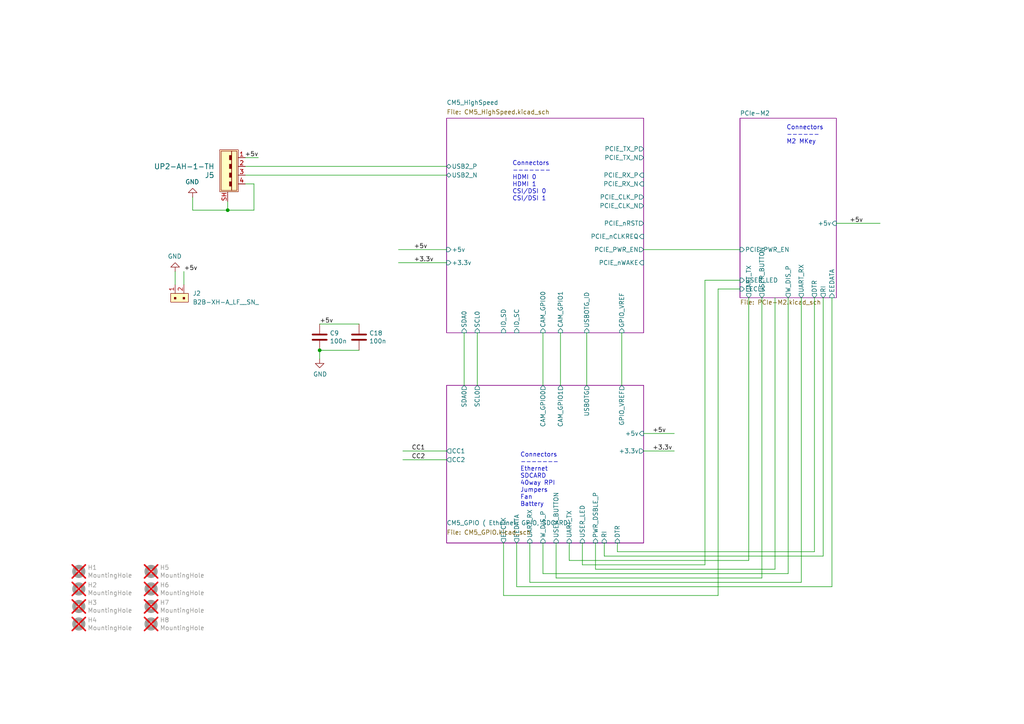
<source format=kicad_sch>
(kicad_sch
	(version 20250114)
	(generator "eeschema")
	(generator_version "9.0")
	(uuid "e63e39d7-6ac0-4ffd-8aa3-1841a4541b55")
	(paper "A4")
	(title_block
		(title "Compute Module 5 IO")
		(rev "1")
		(company "E-SMART SOLUTIONS")
		(comment 1 "Mostafa Bkair")
	)
	(lib_symbols
		(symbol "Device:C"
			(pin_numbers
				(hide yes)
			)
			(pin_names
				(offset 0.254)
			)
			(exclude_from_sim no)
			(in_bom yes)
			(on_board yes)
			(property "Reference" "C"
				(at 0.635 2.54 0)
				(effects
					(font
						(size 1.27 1.27)
					)
					(justify left)
				)
			)
			(property "Value" "C"
				(at 0.635 -2.54 0)
				(effects
					(font
						(size 1.27 1.27)
					)
					(justify left)
				)
			)
			(property "Footprint" ""
				(at 0.9652 -3.81 0)
				(effects
					(font
						(size 1.27 1.27)
					)
					(hide yes)
				)
			)
			(property "Datasheet" "~"
				(at 0 0 0)
				(effects
					(font
						(size 1.27 1.27)
					)
					(hide yes)
				)
			)
			(property "Description" "Unpolarized capacitor"
				(at 0 0 0)
				(effects
					(font
						(size 1.27 1.27)
					)
					(hide yes)
				)
			)
			(property "ki_keywords" "cap capacitor"
				(at 0 0 0)
				(effects
					(font
						(size 1.27 1.27)
					)
					(hide yes)
				)
			)
			(property "ki_fp_filters" "C_*"
				(at 0 0 0)
				(effects
					(font
						(size 1.27 1.27)
					)
					(hide yes)
				)
			)
			(symbol "C_0_1"
				(polyline
					(pts
						(xy -2.032 0.762) (xy 2.032 0.762)
					)
					(stroke
						(width 0.508)
						(type default)
					)
					(fill
						(type none)
					)
				)
				(polyline
					(pts
						(xy -2.032 -0.762) (xy 2.032 -0.762)
					)
					(stroke
						(width 0.508)
						(type default)
					)
					(fill
						(type none)
					)
				)
			)
			(symbol "C_1_1"
				(pin passive line
					(at 0 3.81 270)
					(length 2.794)
					(name "~"
						(effects
							(font
								(size 1.27 1.27)
							)
						)
					)
					(number "1"
						(effects
							(font
								(size 1.27 1.27)
							)
						)
					)
				)
				(pin passive line
					(at 0 -3.81 90)
					(length 2.794)
					(name "~"
						(effects
							(font
								(size 1.27 1.27)
							)
						)
					)
					(number "2"
						(effects
							(font
								(size 1.27 1.27)
							)
						)
					)
				)
			)
			(embedded_fonts no)
		)
		(symbol "Mechanical:MountingHole"
			(pin_names
				(offset 1.016)
			)
			(exclude_from_sim no)
			(in_bom yes)
			(on_board yes)
			(property "Reference" "H"
				(at 0 5.08 0)
				(effects
					(font
						(size 1.27 1.27)
					)
				)
			)
			(property "Value" "MountingHole"
				(at 0 3.175 0)
				(effects
					(font
						(size 1.27 1.27)
					)
				)
			)
			(property "Footprint" ""
				(at 0 0 0)
				(effects
					(font
						(size 1.27 1.27)
					)
					(hide yes)
				)
			)
			(property "Datasheet" "~"
				(at 0 0 0)
				(effects
					(font
						(size 1.27 1.27)
					)
					(hide yes)
				)
			)
			(property "Description" "Mounting Hole without connection"
				(at 0 0 0)
				(effects
					(font
						(size 1.27 1.27)
					)
					(hide yes)
				)
			)
			(property "ki_keywords" "mounting hole"
				(at 0 0 0)
				(effects
					(font
						(size 1.27 1.27)
					)
					(hide yes)
				)
			)
			(property "ki_fp_filters" "MountingHole*"
				(at 0 0 0)
				(effects
					(font
						(size 1.27 1.27)
					)
					(hide yes)
				)
			)
			(symbol "MountingHole_0_1"
				(circle
					(center 0 0)
					(radius 1.27)
					(stroke
						(width 1.27)
						(type default)
					)
					(fill
						(type none)
					)
				)
			)
			(embedded_fonts no)
		)
		(symbol "dk_Rectangular-Connectors-Headers-Male-Pins:B2B-XH-A_LF__SN_"
			(pin_names
				(offset 1.016)
			)
			(exclude_from_sim no)
			(in_bom yes)
			(on_board yes)
			(property "Reference" "J"
				(at -2.54 -1.27 0)
				(effects
					(font
						(size 1.27 1.27)
					)
					(justify right)
				)
			)
			(property "Value" "B2B-XH-A_LF__SN_"
				(at 1.27 -3.81 0)
				(effects
					(font
						(size 1.27 1.27)
					)
				)
			)
			(property "Footprint" "digikey-footprints:PinHeader_1x2_P2.5mm_Drill1.1mm"
				(at 5.08 5.08 0)
				(effects
					(font
						(size 1.524 1.524)
					)
					(justify left)
					(hide yes)
				)
			)
			(property "Datasheet" "http://www.jst-mfg.com/product/pdf/eng/eXH.pdf"
				(at 5.08 7.62 0)
				(effects
					(font
						(size 1.524 1.524)
					)
					(justify left)
					(hide yes)
				)
			)
			(property "Description" "CONN HEADER VERT 2POS 2.5MM"
				(at 0 0 0)
				(effects
					(font
						(size 1.27 1.27)
					)
					(hide yes)
				)
			)
			(property "Digi-Key_PN" "455-2247-ND"
				(at 5.08 10.16 0)
				(effects
					(font
						(size 1.524 1.524)
					)
					(justify left)
					(hide yes)
				)
			)
			(property "MPN" "B2B-XH-A(LF)(SN)"
				(at 5.08 12.7 0)
				(effects
					(font
						(size 1.524 1.524)
					)
					(justify left)
					(hide yes)
				)
			)
			(property "Category" "Connectors, Interconnects"
				(at 5.08 15.24 0)
				(effects
					(font
						(size 1.524 1.524)
					)
					(justify left)
					(hide yes)
				)
			)
			(property "Family" "Rectangular Connectors - Headers, Male Pins"
				(at 5.08 17.78 0)
				(effects
					(font
						(size 1.524 1.524)
					)
					(justify left)
					(hide yes)
				)
			)
			(property "DK_Datasheet_Link" "http://www.jst-mfg.com/product/pdf/eng/eXH.pdf"
				(at 5.08 20.32 0)
				(effects
					(font
						(size 1.524 1.524)
					)
					(justify left)
					(hide yes)
				)
			)
			(property "DK_Detail_Page" "/product-detail/en/jst-sales-america-inc/B2B-XH-A(LF)(SN)/455-2247-ND/1651045"
				(at 5.08 22.86 0)
				(effects
					(font
						(size 1.524 1.524)
					)
					(justify left)
					(hide yes)
				)
			)
			(property "Description_1" "CONN HEADER VERT 2POS 2.5MM"
				(at 5.08 25.4 0)
				(effects
					(font
						(size 1.524 1.524)
					)
					(justify left)
					(hide yes)
				)
			)
			(property "Manufacturer" "JST Sales America Inc."
				(at 5.08 27.94 0)
				(effects
					(font
						(size 1.524 1.524)
					)
					(justify left)
					(hide yes)
				)
			)
			(property "Status" "Active"
				(at 5.08 30.48 0)
				(effects
					(font
						(size 1.524 1.524)
					)
					(justify left)
					(hide yes)
				)
			)
			(property "ki_keywords" "455-2247-ND XH"
				(at 0 0 0)
				(effects
					(font
						(size 1.27 1.27)
					)
					(hide yes)
				)
			)
			(symbol "B2B-XH-A_LF__SN__1_1"
				(rectangle
					(start -1.27 0)
					(end 3.81 -2.54)
					(stroke
						(width 0)
						(type solid)
					)
					(fill
						(type background)
					)
				)
				(rectangle
					(start -0.254 -1.143)
					(end 0.254 -1.651)
					(stroke
						(width 0)
						(type solid)
					)
					(fill
						(type outline)
					)
				)
				(rectangle
					(start 2.286 -1.143)
					(end 2.794 -1.651)
					(stroke
						(width 0)
						(type solid)
					)
					(fill
						(type outline)
					)
				)
				(pin passive line
					(at 0 2.54 270)
					(length 2.54)
					(name "~"
						(effects
							(font
								(size 1.27 1.27)
							)
						)
					)
					(number "1"
						(effects
							(font
								(size 1.27 1.27)
							)
						)
					)
				)
				(pin passive line
					(at 2.54 2.54 270)
					(length 2.54)
					(name "~"
						(effects
							(font
								(size 1.27 1.27)
							)
						)
					)
					(number "2"
						(effects
							(font
								(size 1.27 1.27)
							)
						)
					)
				)
			)
			(embedded_fonts no)
		)
		(symbol "dk_USB-DVI-HDMI-Connectors:UP2-AH-1-TH"
			(pin_names
				(offset 1.016)
			)
			(exclude_from_sim no)
			(in_bom yes)
			(on_board yes)
			(property "Reference" "J"
				(at -1.27 8.382 0)
				(effects
					(font
						(size 1.524 1.524)
					)
				)
			)
			(property "Value" "UP2-AH-1-TH"
				(at -3.556 0.508 90)
				(effects
					(font
						(size 1.524 1.524)
					)
				)
			)
			(property "Footprint" "digikey-footprints:USB_Male_A_UP2-AH-1-TH"
				(at 5.08 5.08 0)
				(effects
					(font
						(size 1.524 1.524)
					)
					(justify left)
					(hide yes)
				)
			)
			(property "Datasheet" "https://www.cui.com/product/resource/digikeypdf/up2-ah-th.pdf"
				(at 5.08 7.62 0)
				(effects
					(font
						(size 1.524 1.524)
					)
					(justify left)
					(hide yes)
				)
			)
			(property "Description" "CONN PLUG USB2.0 TYPEA 4POS R/A"
				(at 0 0 0)
				(effects
					(font
						(size 1.27 1.27)
					)
					(hide yes)
				)
			)
			(property "Digi-Key_PN" "102-3996-ND"
				(at 5.08 10.16 0)
				(effects
					(font
						(size 1.524 1.524)
					)
					(justify left)
					(hide yes)
				)
			)
			(property "MPN" "UP2-AH-1-TH"
				(at 5.08 12.7 0)
				(effects
					(font
						(size 1.524 1.524)
					)
					(justify left)
					(hide yes)
				)
			)
			(property "Category" "Connectors, Interconnects"
				(at 5.08 15.24 0)
				(effects
					(font
						(size 1.524 1.524)
					)
					(justify left)
					(hide yes)
				)
			)
			(property "Family" "USB, DVI, HDMI Connectors"
				(at 5.08 17.78 0)
				(effects
					(font
						(size 1.524 1.524)
					)
					(justify left)
					(hide yes)
				)
			)
			(property "DK_Datasheet_Link" "https://www.cui.com/product/resource/digikeypdf/up2-ah-th.pdf"
				(at 5.08 20.32 0)
				(effects
					(font
						(size 1.524 1.524)
					)
					(justify left)
					(hide yes)
				)
			)
			(property "DK_Detail_Page" "/product-detail/en/cui-inc/UP2-AH-1-TH/102-3996-ND/6187911"
				(at 5.08 22.86 0)
				(effects
					(font
						(size 1.524 1.524)
					)
					(justify left)
					(hide yes)
				)
			)
			(property "Description_1" "CONN PLUG USB2.0 TYPEA 4POS R/A"
				(at 5.08 25.4 0)
				(effects
					(font
						(size 1.524 1.524)
					)
					(justify left)
					(hide yes)
				)
			)
			(property "Manufacturer" "CUI Inc."
				(at 5.08 27.94 0)
				(effects
					(font
						(size 1.524 1.524)
					)
					(justify left)
					(hide yes)
				)
			)
			(property "Status" "Active"
				(at 5.08 30.48 0)
				(effects
					(font
						(size 1.524 1.524)
					)
					(justify left)
					(hide yes)
				)
			)
			(property "ki_keywords" "102-3996-ND UP2"
				(at 0 0 0)
				(effects
					(font
						(size 1.27 1.27)
					)
					(hide yes)
				)
			)
			(symbol "UP2-AH-1-TH_0_1"
				(polyline
					(pts
						(xy -2.286 7.366) (xy 3.048 7.366) (xy 3.048 -4.826) (xy -2.286 -4.826) (xy -2.286 7.366)
					)
					(stroke
						(width 0)
						(type solid)
					)
					(fill
						(type background)
					)
				)
				(rectangle
					(start -1.905 6.985)
					(end 1.143 -4.445)
					(stroke
						(width 0)
						(type solid)
					)
					(fill
						(type none)
					)
				)
				(rectangle
					(start 1.143 6.985)
					(end 2.667 -4.445)
					(stroke
						(width 0)
						(type solid)
					)
					(fill
						(type none)
					)
				)
				(rectangle
					(start 1.143 4.445)
					(end 0.508 5.715)
					(stroke
						(width 0)
						(type solid)
					)
					(fill
						(type outline)
					)
				)
				(rectangle
					(start 1.143 3.175)
					(end 0.508 1.905)
					(stroke
						(width 0)
						(type solid)
					)
					(fill
						(type outline)
					)
				)
				(rectangle
					(start 1.143 0.635)
					(end 0.508 -0.635)
					(stroke
						(width 0)
						(type solid)
					)
					(fill
						(type outline)
					)
				)
				(rectangle
					(start 1.143 -1.905)
					(end 0.508 -3.175)
					(stroke
						(width 0)
						(type solid)
					)
					(fill
						(type outline)
					)
				)
			)
			(symbol "UP2-AH-1-TH_1_1"
				(pin passive line
					(at 0 -7.62 90)
					(length 2.7432)
					(name "~"
						(effects
							(font
								(size 1.27 1.27)
							)
						)
					)
					(number "SH"
						(effects
							(font
								(size 1.27 1.27)
							)
						)
					)
				)
				(pin passive line
					(at 5.08 5.08 180)
					(length 2.032)
					(name "~"
						(effects
							(font
								(size 1.27 1.27)
							)
						)
					)
					(number "1"
						(effects
							(font
								(size 1.27 1.27)
							)
						)
					)
				)
				(pin passive line
					(at 5.08 2.54 180)
					(length 2.032)
					(name "~"
						(effects
							(font
								(size 1.27 1.27)
							)
						)
					)
					(number "2"
						(effects
							(font
								(size 1.27 1.27)
							)
						)
					)
				)
				(pin passive line
					(at 5.08 0 180)
					(length 2.032)
					(name "~"
						(effects
							(font
								(size 1.27 1.27)
							)
						)
					)
					(number "3"
						(effects
							(font
								(size 1.27 1.27)
							)
						)
					)
				)
				(pin passive line
					(at 5.08 -2.54 180)
					(length 2.032)
					(name "~"
						(effects
							(font
								(size 1.27 1.27)
							)
						)
					)
					(number "4"
						(effects
							(font
								(size 1.27 1.27)
							)
						)
					)
				)
			)
			(embedded_fonts no)
		)
		(symbol "power:GND"
			(power)
			(pin_numbers
				(hide yes)
			)
			(pin_names
				(offset 0)
				(hide yes)
			)
			(exclude_from_sim no)
			(in_bom yes)
			(on_board yes)
			(property "Reference" "#PWR"
				(at 0 -6.35 0)
				(effects
					(font
						(size 1.27 1.27)
					)
					(hide yes)
				)
			)
			(property "Value" "GND"
				(at 0 -3.81 0)
				(effects
					(font
						(size 1.27 1.27)
					)
				)
			)
			(property "Footprint" ""
				(at 0 0 0)
				(effects
					(font
						(size 1.27 1.27)
					)
					(hide yes)
				)
			)
			(property "Datasheet" ""
				(at 0 0 0)
				(effects
					(font
						(size 1.27 1.27)
					)
					(hide yes)
				)
			)
			(property "Description" "Power symbol creates a global label with name \"GND\" , ground"
				(at 0 0 0)
				(effects
					(font
						(size 1.27 1.27)
					)
					(hide yes)
				)
			)
			(property "ki_keywords" "global power"
				(at 0 0 0)
				(effects
					(font
						(size 1.27 1.27)
					)
					(hide yes)
				)
			)
			(symbol "GND_0_1"
				(polyline
					(pts
						(xy 0 0) (xy 0 -1.27) (xy 1.27 -1.27) (xy 0 -2.54) (xy -1.27 -1.27) (xy 0 -1.27)
					)
					(stroke
						(width 0)
						(type default)
					)
					(fill
						(type none)
					)
				)
			)
			(symbol "GND_1_1"
				(pin power_in line
					(at 0 0 270)
					(length 0)
					(name "~"
						(effects
							(font
								(size 1.27 1.27)
							)
						)
					)
					(number "1"
						(effects
							(font
								(size 1.27 1.27)
							)
						)
					)
				)
			)
			(embedded_fonts no)
		)
	)
	(text "Connectors\n-------\nEthernet\nSDCARD\n40way RPI\nJumpers\nFan\nBattery"
		(exclude_from_sim no)
		(at 150.876 147.066 0)
		(effects
			(font
				(size 1.27 1.27)
			)
			(justify left bottom)
		)
		(uuid "3cfcbcc7-4f45-46ab-82a8-c414c7972161")
	)
	(text "Connectors\n------\nM2 MKey"
		(exclude_from_sim no)
		(at 228.092 41.91 0)
		(effects
			(font
				(size 1.27 1.27)
			)
			(justify left bottom)
		)
		(uuid "4d609e7c-74c9-4ae9-a26d-946ff00c167d")
	)
	(text "Connectors\n-------\nHDMI 0\nHDMI 1\nCSI/DSI 0\nCSI/DSI 1"
		(exclude_from_sim no)
		(at 148.59 58.42 0)
		(effects
			(font
				(size 1.27 1.27)
			)
			(justify left bottom)
		)
		(uuid "a501555e-bbc7-4b58-ad89-28a0cd3dd6d0")
	)
	(junction
		(at 66.04 60.96)
		(diameter 0)
		(color 0 0 0 0)
		(uuid "4a0a8470-8041-4ad3-b836-6742baf38c06")
	)
	(junction
		(at 92.71 101.6)
		(diameter 0)
		(color 0 0 0 0)
		(uuid "bf5901c0-daf4-45af-a380-5243d8455cd9")
	)
	(wire
		(pts
			(xy 228.6 86.36) (xy 228.6 166.37)
		)
		(stroke
			(width 0)
			(type default)
		)
		(uuid "021f7565-ee6f-4819-bf2e-dd66e92b19bd")
	)
	(wire
		(pts
			(xy 238.76 86.36) (xy 238.76 161.29)
		)
		(stroke
			(width 0)
			(type default)
		)
		(uuid "040b57bc-cfc1-496d-a005-2e47d93c43ec")
	)
	(wire
		(pts
			(xy 153.67 168.91) (xy 232.41 168.91)
		)
		(stroke
			(width 0)
			(type default)
		)
		(uuid "06266043-0676-40f3-acab-c29b9ed1bcc4")
	)
	(wire
		(pts
			(xy 115.57 76.2) (xy 129.54 76.2)
		)
		(stroke
			(width 0)
			(type solid)
		)
		(uuid "066d6649-7da9-4473-adde-64635ca5293b")
	)
	(wire
		(pts
			(xy 186.69 130.81) (xy 195.58 130.81)
		)
		(stroke
			(width 0)
			(type default)
		)
		(uuid "0960173d-4d3a-4077-97d1-109a5780d489")
	)
	(wire
		(pts
			(xy 186.69 72.39) (xy 214.63 72.39)
		)
		(stroke
			(width 0)
			(type default)
		)
		(uuid "09f313d2-0794-4b6b-ab73-54bf9df37675")
	)
	(wire
		(pts
			(xy 180.34 96.52) (xy 180.34 111.76)
		)
		(stroke
			(width 0)
			(type solid)
		)
		(uuid "0b18ae4b-e508-4f6f-a23a-00f2ca64dfe7")
	)
	(wire
		(pts
			(xy 153.67 168.91) (xy 153.67 157.48)
		)
		(stroke
			(width 0)
			(type default)
		)
		(uuid "11e9130e-e4cd-4b26-abff-727a68714dc7")
	)
	(wire
		(pts
			(xy 71.12 45.72) (xy 74.93 45.72)
		)
		(stroke
			(width 0)
			(type default)
		)
		(uuid "12d976da-b7b9-4a9d-a83e-a436ef14e283")
	)
	(wire
		(pts
			(xy 50.8 78.74) (xy 50.8 82.55)
		)
		(stroke
			(width 0)
			(type default)
		)
		(uuid "1c22932e-2785-4419-b465-41fcf37e42aa")
	)
	(wire
		(pts
			(xy 146.05 172.72) (xy 146.05 157.48)
		)
		(stroke
			(width 0)
			(type default)
		)
		(uuid "22096028-cdae-4166-84eb-e50767b092c1")
	)
	(wire
		(pts
			(xy 134.62 96.52) (xy 134.62 111.76)
		)
		(stroke
			(width 0)
			(type solid)
		)
		(uuid "2bef89de-08c7-4a13-9d85-67948d429ca0")
	)
	(wire
		(pts
			(xy 71.12 53.34) (xy 73.66 53.34)
		)
		(stroke
			(width 0)
			(type default)
		)
		(uuid "2d74f5bd-80d6-4752-9dbc-3a757011d70d")
	)
	(wire
		(pts
			(xy 208.28 83.82) (xy 208.28 172.72)
		)
		(stroke
			(width 0)
			(type default)
		)
		(uuid "2e19e84e-83b0-4a37-860f-aa675cd13788")
	)
	(wire
		(pts
			(xy 208.28 172.72) (xy 146.05 172.72)
		)
		(stroke
			(width 0)
			(type default)
		)
		(uuid "2f20f4d3-82bd-4e05-be59-4087415c12e1")
	)
	(wire
		(pts
			(xy 92.71 101.6) (xy 104.14 101.6)
		)
		(stroke
			(width 0)
			(type default)
		)
		(uuid "39d79b58-5a57-4b31-9f92-5bb5950bd5d6")
	)
	(wire
		(pts
			(xy 73.66 60.96) (xy 66.04 60.96)
		)
		(stroke
			(width 0)
			(type default)
		)
		(uuid "3ae02f63-b566-48df-beb4-83cb52bac284")
	)
	(wire
		(pts
			(xy 204.47 81.28) (xy 204.47 163.83)
		)
		(stroke
			(width 0)
			(type default)
		)
		(uuid "3e814ee2-2d6c-4026-8cc5-3494d293feb3")
	)
	(wire
		(pts
			(xy 149.86 170.18) (xy 241.3 170.18)
		)
		(stroke
			(width 0)
			(type default)
		)
		(uuid "3ff4f1bc-61d9-4ff7-8dc9-82c51c36cdbe")
	)
	(wire
		(pts
			(xy 228.6 166.37) (xy 157.48 166.37)
		)
		(stroke
			(width 0)
			(type default)
		)
		(uuid "420c5901-d0d8-43c3-a185-8e96f7c5065d")
	)
	(wire
		(pts
			(xy 53.34 82.55) (xy 53.34 78.74)
		)
		(stroke
			(width 0)
			(type default)
		)
		(uuid "473b09fb-68d1-4d76-8a23-4a05cc2e73ac")
	)
	(wire
		(pts
			(xy 138.43 96.52) (xy 138.43 111.76)
		)
		(stroke
			(width 0)
			(type solid)
		)
		(uuid "483f60da-14d7-4f88-8d01-3f9f30784c70")
	)
	(wire
		(pts
			(xy 165.1 162.56) (xy 165.1 157.48)
		)
		(stroke
			(width 0)
			(type default)
		)
		(uuid "491dbe04-0cf0-4c05-904c-05360b03f07b")
	)
	(wire
		(pts
			(xy 116.84 133.35) (xy 129.54 133.35)
		)
		(stroke
			(width 0)
			(type default)
		)
		(uuid "532c6793-fcef-48e2-94ae-3d6f4bca00a7")
	)
	(wire
		(pts
			(xy 157.48 96.52) (xy 157.48 111.76)
		)
		(stroke
			(width 0)
			(type default)
		)
		(uuid "5922afcb-ab3c-4d70-a05f-51ca3578ed79")
	)
	(wire
		(pts
			(xy 157.48 166.37) (xy 157.48 157.48)
		)
		(stroke
			(width 0)
			(type default)
		)
		(uuid "5c5bad43-8947-45c3-8ca6-7c83aa701129")
	)
	(wire
		(pts
			(xy 55.88 60.96) (xy 55.88 57.15)
		)
		(stroke
			(width 0)
			(type default)
		)
		(uuid "603ed0e6-2ed9-405f-a183-e220688408ce")
	)
	(wire
		(pts
			(xy 149.86 157.48) (xy 149.86 170.18)
		)
		(stroke
			(width 0)
			(type default)
		)
		(uuid "65efa620-1b50-433a-b7d9-12221de1b903")
	)
	(wire
		(pts
			(xy 214.63 81.28) (xy 204.47 81.28)
		)
		(stroke
			(width 0)
			(type default)
		)
		(uuid "6be66802-f4b4-4030-81b8-0c1ec490914c")
	)
	(wire
		(pts
			(xy 162.56 96.52) (xy 162.56 111.76)
		)
		(stroke
			(width 0)
			(type default)
		)
		(uuid "6d54cba4-381a-41ab-9093-f35a8f554302")
	)
	(wire
		(pts
			(xy 92.71 101.6) (xy 92.71 104.14)
		)
		(stroke
			(width 0)
			(type default)
		)
		(uuid "79fb0591-2d1a-49fe-9fbe-de0dec22a571")
	)
	(wire
		(pts
			(xy 170.18 96.52) (xy 170.18 111.76)
		)
		(stroke
			(width 0)
			(type default)
		)
		(uuid "7aaa8496-fa91-4cdd-a95c-0fb4934a563f")
	)
	(wire
		(pts
			(xy 92.71 93.98) (xy 104.14 93.98)
		)
		(stroke
			(width 0)
			(type default)
		)
		(uuid "8a953fbc-8812-47cd-a07e-673d270bd824")
	)
	(wire
		(pts
			(xy 161.29 157.48) (xy 161.29 167.64)
		)
		(stroke
			(width 0)
			(type default)
		)
		(uuid "8d185b93-81e9-4c16-aeb0-6a4f6c010ef3")
	)
	(wire
		(pts
			(xy 242.57 64.77) (xy 255.27 64.77)
		)
		(stroke
			(width 0)
			(type solid)
		)
		(uuid "909b030b-fa1a-4fe8-b1ee-422b4d9e23cf")
	)
	(wire
		(pts
			(xy 73.66 53.34) (xy 73.66 60.96)
		)
		(stroke
			(width 0)
			(type default)
		)
		(uuid "924aefbb-b43b-4519-bb07-036a398387f2")
	)
	(wire
		(pts
			(xy 175.26 161.29) (xy 175.26 157.48)
		)
		(stroke
			(width 0)
			(type default)
		)
		(uuid "94ebe6ff-fbba-4d98-9e03-e8a4cf99070d")
	)
	(wire
		(pts
			(xy 236.22 160.02) (xy 236.22 86.36)
		)
		(stroke
			(width 0)
			(type default)
		)
		(uuid "9ea4a12b-59ad-45df-8a0f-9333b2c45462")
	)
	(wire
		(pts
			(xy 165.1 162.56) (xy 217.17 162.56)
		)
		(stroke
			(width 0)
			(type default)
		)
		(uuid "a11f249d-fc24-4831-8387-ebe57b5b4737")
	)
	(wire
		(pts
			(xy 66.04 60.96) (xy 55.88 60.96)
		)
		(stroke
			(width 0)
			(type default)
		)
		(uuid "a17efe97-28e4-472a-9dff-589cd4605903")
	)
	(wire
		(pts
			(xy 179.07 157.48) (xy 179.07 160.02)
		)
		(stroke
			(width 0)
			(type default)
		)
		(uuid "a6998ea9-831c-45f3-bfbf-b9d50f79b55b")
	)
	(wire
		(pts
			(xy 224.79 165.1) (xy 224.79 86.36)
		)
		(stroke
			(width 0)
			(type default)
		)
		(uuid "ab07869a-4c7b-4184-8ba7-71ce7a570139")
	)
	(wire
		(pts
			(xy 214.63 83.82) (xy 208.28 83.82)
		)
		(stroke
			(width 0)
			(type default)
		)
		(uuid "aeaea97f-ba9b-4b5c-b8d8-1cafb67cc54a")
	)
	(wire
		(pts
			(xy 232.41 86.36) (xy 232.41 168.91)
		)
		(stroke
			(width 0)
			(type default)
		)
		(uuid "b04ec0e2-9728-4a2b-9426-828b15735514")
	)
	(wire
		(pts
			(xy 168.91 163.83) (xy 204.47 163.83)
		)
		(stroke
			(width 0)
			(type default)
		)
		(uuid "ba5510fd-9aca-48ce-ad20-a32cb91f18bd")
	)
	(wire
		(pts
			(xy 186.69 125.73) (xy 195.58 125.73)
		)
		(stroke
			(width 0)
			(type default)
		)
		(uuid "bf0336c2-46fc-4f66-b979-ab598cfb2f81")
	)
	(wire
		(pts
			(xy 71.12 48.26) (xy 129.54 48.26)
		)
		(stroke
			(width 0)
			(type default)
		)
		(uuid "c7ab3ffc-fbe9-4ed3-8bbf-cb536bf19b56")
	)
	(wire
		(pts
			(xy 168.91 163.83) (xy 168.91 157.48)
		)
		(stroke
			(width 0)
			(type default)
		)
		(uuid "cc2de9a1-0d99-45f4-b879-d96d13193ac4")
	)
	(wire
		(pts
			(xy 71.12 50.8) (xy 129.54 50.8)
		)
		(stroke
			(width 0)
			(type default)
		)
		(uuid "d6f8ef1a-31bc-4dd5-87f5-002413a7bdec")
	)
	(wire
		(pts
			(xy 116.84 130.81) (xy 129.54 130.81)
		)
		(stroke
			(width 0)
			(type default)
		)
		(uuid "d87ec662-6851-453c-bedf-778aa8c258c8")
	)
	(wire
		(pts
			(xy 179.07 160.02) (xy 236.22 160.02)
		)
		(stroke
			(width 0)
			(type default)
		)
		(uuid "dc1816db-567b-4a17-b84c-94c8cf44f37b")
	)
	(wire
		(pts
			(xy 115.57 72.39) (xy 129.54 72.39)
		)
		(stroke
			(width 0)
			(type solid)
		)
		(uuid "dcc1b707-1c31-480b-a92c-629b791978dc")
	)
	(wire
		(pts
			(xy 172.72 157.48) (xy 172.72 165.1)
		)
		(stroke
			(width 0)
			(type default)
		)
		(uuid "dd815ea9-485f-4efd-9a1e-d893a8439786")
	)
	(wire
		(pts
			(xy 172.72 165.1) (xy 224.79 165.1)
		)
		(stroke
			(width 0)
			(type default)
		)
		(uuid "e74de62c-aac9-4ef7-a481-fbbb84a87524")
	)
	(wire
		(pts
			(xy 161.29 167.64) (xy 220.98 167.64)
		)
		(stroke
			(width 0)
			(type default)
		)
		(uuid "edf39de6-27d0-4e98-925f-4bfad1964b96")
	)
	(wire
		(pts
			(xy 241.3 170.18) (xy 241.3 86.36)
		)
		(stroke
			(width 0)
			(type default)
		)
		(uuid "efb45c18-4d7d-456f-a5d2-c46491b03184")
	)
	(wire
		(pts
			(xy 66.04 60.96) (xy 66.04 58.42)
		)
		(stroke
			(width 0)
			(type default)
		)
		(uuid "f4288aa1-8483-47de-ada1-b2542c3ab764")
	)
	(wire
		(pts
			(xy 238.76 161.29) (xy 175.26 161.29)
		)
		(stroke
			(width 0)
			(type default)
		)
		(uuid "f7524de2-d33a-413b-9fbd-a6ab5b0a8e91")
	)
	(wire
		(pts
			(xy 220.98 167.64) (xy 220.98 86.36)
		)
		(stroke
			(width 0)
			(type default)
		)
		(uuid "fe683f58-ee71-42d5-9a59-40dcb01cac22")
	)
	(wire
		(pts
			(xy 217.17 162.56) (xy 217.17 86.36)
		)
		(stroke
			(width 0)
			(type default)
		)
		(uuid "ffaeb2b4-f7d8-4e06-9348-f6e5f4ac35f8")
	)
	(label "+5v"
		(at 92.71 93.98 0)
		(effects
			(font
				(size 1.27 1.27)
			)
			(justify left bottom)
		)
		(uuid "09f3f04e-f789-44e1-b801-79a009ead9da")
	)
	(label "CC1"
		(at 119.38 130.81 0)
		(effects
			(font
				(size 1.27 1.27)
			)
			(justify left bottom)
		)
		(uuid "28c76331-1bb2-429e-88ba-1bacab9de126")
	)
	(label "CC2"
		(at 119.38 133.35 0)
		(effects
			(font
				(size 1.27 1.27)
			)
			(justify left bottom)
		)
		(uuid "472fd7ea-ce2f-4e97-bffc-46e1b7b99dbe")
	)
	(label "+5v"
		(at 246.38 64.77 0)
		(effects
			(font
				(size 1.27 1.27)
			)
			(justify left bottom)
		)
		(uuid "4e66a44f-7fa6-4e16-bf9b-62ec864301a5")
	)
	(label "+5v"
		(at 189.23 125.73 0)
		(effects
			(font
				(size 1.27 1.27)
			)
			(justify left bottom)
		)
		(uuid "55992e35-fe7b-468a-9b7a-1e4dc931b904")
	)
	(label "+5v"
		(at 120.015 72.39 0)
		(effects
			(font
				(size 1.27 1.27)
			)
			(justify left bottom)
		)
		(uuid "5740c959-93d8-47fd-8f68-62f0109e753d")
	)
	(label "+5v"
		(at 74.93 45.72 180)
		(effects
			(font
				(size 1.27 1.27)
			)
			(justify right bottom)
		)
		(uuid "595ab4c2-9e01-414f-a94e-7a525956a903")
	)
	(label "+3.3v"
		(at 189.23 130.81 0)
		(effects
			(font
				(size 1.27 1.27)
			)
			(justify left bottom)
		)
		(uuid "a06e8e78-f567-42e6-b645-013b1073ca31")
	)
	(label "+5v"
		(at 53.34 78.74 0)
		(effects
			(font
				(size 1.27 1.27)
			)
			(justify left bottom)
		)
		(uuid "bb860526-e709-4e4a-b2ef-c252a251df91")
	)
	(label "+3.3v"
		(at 120.015 76.2 0)
		(effects
			(font
				(size 1.27 1.27)
			)
			(justify left bottom)
		)
		(uuid "c3c93de0-69b1-4a04-8e0b-d78caf487c63")
	)
	(symbol
		(lib_id "Mechanical:MountingHole")
		(at 22.86 180.975 0)
		(unit 1)
		(exclude_from_sim yes)
		(in_bom no)
		(on_board yes)
		(dnp yes)
		(uuid "00000000-0000-0000-0000-00005e3b1a1d")
		(property "Reference" "H4"
			(at 25.4 179.832 0)
			(effects
				(font
					(size 1.27 1.27)
				)
				(justify left)
			)
		)
		(property "Value" "MountingHole"
			(at 25.4 182.118 0)
			(effects
				(font
					(size 1.27 1.27)
				)
				(justify left)
			)
		)
		(property "Footprint" "CM5IO:MountingHole_2.7mm_M2.5_DIN965"
			(at 22.86 180.975 0)
			(effects
				(font
					(size 1.27 1.27)
				)
				(hide yes)
			)
		)
		(property "Datasheet" "~"
			(at 22.86 180.975 0)
			(effects
				(font
					(size 1.27 1.27)
				)
				(hide yes)
			)
		)
		(property "Description" ""
			(at 22.86 180.975 0)
			(effects
				(font
					(size 1.27 1.27)
				)
				(hide yes)
			)
		)
		(property "Field4" "nf"
			(at 22.86 180.975 0)
			(effects
				(font
					(size 1.27 1.27)
				)
				(hide yes)
			)
		)
		(property "Field5" "nf"
			(at 22.86 180.975 0)
			(effects
				(font
					(size 1.27 1.27)
				)
				(hide yes)
			)
		)
		(property "Field6" "nf"
			(at 22.86 180.975 0)
			(effects
				(font
					(size 1.27 1.27)
				)
				(hide yes)
			)
		)
		(property "Field7" "nf"
			(at 22.86 180.975 0)
			(effects
				(font
					(size 1.27 1.27)
				)
				(hide yes)
			)
		)
		(property "Part Description" "M2.5 mounting hole"
			(at 22.86 180.975 0)
			(effects
				(font
					(size 1.27 1.27)
				)
				(hide yes)
			)
		)
		(instances
			(project "CM5IO"
				(path "/e63e39d7-6ac0-4ffd-8aa3-1841a4541b55"
					(reference "H4")
					(unit 1)
				)
			)
		)
	)
	(symbol
		(lib_id "Mechanical:MountingHole")
		(at 22.86 175.895 0)
		(unit 1)
		(exclude_from_sim yes)
		(in_bom no)
		(on_board yes)
		(dnp yes)
		(uuid "00000000-0000-0000-0000-00005e3b25a9")
		(property "Reference" "H3"
			(at 25.4 174.752 0)
			(effects
				(font
					(size 1.27 1.27)
				)
				(justify left)
			)
		)
		(property "Value" "MountingHole"
			(at 25.4 177.038 0)
			(effects
				(font
					(size 1.27 1.27)
				)
				(justify left)
			)
		)
		(property "Footprint" "CM5IO:MountingHole_2.7mm_M2.5_DIN965"
			(at 22.86 175.895 0)
			(effects
				(font
					(size 1.27 1.27)
				)
				(hide yes)
			)
		)
		(property "Datasheet" "~"
			(at 22.86 175.895 0)
			(effects
				(font
					(size 1.27 1.27)
				)
				(hide yes)
			)
		)
		(property "Description" ""
			(at 22.86 175.895 0)
			(effects
				(font
					(size 1.27 1.27)
				)
				(hide yes)
			)
		)
		(property "Field4" "nf"
			(at 22.86 175.895 0)
			(effects
				(font
					(size 1.27 1.27)
				)
				(hide yes)
			)
		)
		(property "Field5" "nf"
			(at 22.86 175.895 0)
			(effects
				(font
					(size 1.27 1.27)
				)
				(hide yes)
			)
		)
		(property "Field6" "nf"
			(at 22.86 175.895 0)
			(effects
				(font
					(size 1.27 1.27)
				)
				(hide yes)
			)
		)
		(property "Field7" "nf"
			(at 22.86 175.895 0)
			(effects
				(font
					(size 1.27 1.27)
				)
				(hide yes)
			)
		)
		(property "Part Description" "M2.5 mounting hole"
			(at 22.86 175.895 0)
			(effects
				(font
					(size 1.27 1.27)
				)
				(hide yes)
			)
		)
		(instances
			(project "CM5IO"
				(path "/e63e39d7-6ac0-4ffd-8aa3-1841a4541b55"
					(reference "H3")
					(unit 1)
				)
			)
		)
	)
	(symbol
		(lib_id "Mechanical:MountingHole")
		(at 22.86 170.815 0)
		(unit 1)
		(exclude_from_sim yes)
		(in_bom no)
		(on_board yes)
		(dnp yes)
		(uuid "00000000-0000-0000-0000-00005e3b2cb2")
		(property "Reference" "H2"
			(at 25.4 169.672 0)
			(effects
				(font
					(size 1.27 1.27)
				)
				(justify left)
			)
		)
		(property "Value" "MountingHole"
			(at 25.4 171.958 0)
			(effects
				(font
					(size 1.27 1.27)
				)
				(justify left)
			)
		)
		(property "Footprint" "CM5IO:MountingHole_2.7mm_M2.5_DIN965"
			(at 22.86 170.815 0)
			(effects
				(font
					(size 1.27 1.27)
				)
				(hide yes)
			)
		)
		(property "Datasheet" "~"
			(at 22.86 170.815 0)
			(effects
				(font
					(size 1.27 1.27)
				)
				(hide yes)
			)
		)
		(property "Description" ""
			(at 22.86 170.815 0)
			(effects
				(font
					(size 1.27 1.27)
				)
				(hide yes)
			)
		)
		(property "Field4" "nf"
			(at 22.86 170.815 0)
			(effects
				(font
					(size 1.27 1.27)
				)
				(hide yes)
			)
		)
		(property "Field5" "nf"
			(at 22.86 170.815 0)
			(effects
				(font
					(size 1.27 1.27)
				)
				(hide yes)
			)
		)
		(property "Field6" "nf"
			(at 22.86 170.815 0)
			(effects
				(font
					(size 1.27 1.27)
				)
				(hide yes)
			)
		)
		(property "Field7" "nf"
			(at 22.86 170.815 0)
			(effects
				(font
					(size 1.27 1.27)
				)
				(hide yes)
			)
		)
		(property "Part Description" "M2.5 mounting hole"
			(at 22.86 170.815 0)
			(effects
				(font
					(size 1.27 1.27)
				)
				(hide yes)
			)
		)
		(instances
			(project "CM5IO"
				(path "/e63e39d7-6ac0-4ffd-8aa3-1841a4541b55"
					(reference "H2")
					(unit 1)
				)
			)
		)
	)
	(symbol
		(lib_id "Mechanical:MountingHole")
		(at 22.86 165.735 0)
		(unit 1)
		(exclude_from_sim yes)
		(in_bom no)
		(on_board yes)
		(dnp yes)
		(uuid "00000000-0000-0000-0000-00005e3b2f75")
		(property "Reference" "H1"
			(at 25.4 164.592 0)
			(effects
				(font
					(size 1.27 1.27)
				)
				(justify left)
			)
		)
		(property "Value" "MountingHole"
			(at 25.4 166.878 0)
			(effects
				(font
					(size 1.27 1.27)
				)
				(justify left)
			)
		)
		(property "Footprint" "CM5IO:MountingHole_2.7mm_M2.5_DIN965"
			(at 22.86 165.735 0)
			(effects
				(font
					(size 1.27 1.27)
				)
				(hide yes)
			)
		)
		(property "Datasheet" "~"
			(at 22.86 165.735 0)
			(effects
				(font
					(size 1.27 1.27)
				)
				(hide yes)
			)
		)
		(property "Description" ""
			(at 22.86 165.735 0)
			(effects
				(font
					(size 1.27 1.27)
				)
				(hide yes)
			)
		)
		(property "Field4" "nf"
			(at 22.86 165.735 0)
			(effects
				(font
					(size 1.27 1.27)
				)
				(hide yes)
			)
		)
		(property "Field5" "nf"
			(at 22.86 165.735 0)
			(effects
				(font
					(size 1.27 1.27)
				)
				(hide yes)
			)
		)
		(property "Field6" "nf"
			(at 22.86 165.735 0)
			(effects
				(font
					(size 1.27 1.27)
				)
				(hide yes)
			)
		)
		(property "Field7" "nf"
			(at 22.86 165.735 0)
			(effects
				(font
					(size 1.27 1.27)
				)
				(hide yes)
			)
		)
		(property "Part Description" "M2.5 mounting hole"
			(at 22.86 165.735 0)
			(effects
				(font
					(size 1.27 1.27)
				)
				(hide yes)
			)
		)
		(instances
			(project "CM5IO"
				(path "/e63e39d7-6ac0-4ffd-8aa3-1841a4541b55"
					(reference "H1")
					(unit 1)
				)
			)
		)
	)
	(symbol
		(lib_id "Mechanical:MountingHole")
		(at 43.815 165.735 0)
		(unit 1)
		(exclude_from_sim yes)
		(in_bom no)
		(on_board yes)
		(dnp yes)
		(uuid "00000000-0000-0000-0000-00005e3b32fa")
		(property "Reference" "H5"
			(at 46.355 164.592 0)
			(effects
				(font
					(size 1.27 1.27)
				)
				(justify left)
			)
		)
		(property "Value" "MountingHole"
			(at 46.355 166.878 0)
			(effects
				(font
					(size 1.27 1.27)
				)
				(justify left)
			)
		)
		(property "Footprint" "CM5IO:MountingHole_2.7mm_M2.5_DIN965"
			(at 43.815 165.735 0)
			(effects
				(font
					(size 1.27 1.27)
				)
				(hide yes)
			)
		)
		(property "Datasheet" "~"
			(at 43.815 165.735 0)
			(effects
				(font
					(size 1.27 1.27)
				)
				(hide yes)
			)
		)
		(property "Description" ""
			(at 43.815 165.735 0)
			(effects
				(font
					(size 1.27 1.27)
				)
				(hide yes)
			)
		)
		(property "Field4" "nf"
			(at 43.815 165.735 0)
			(effects
				(font
					(size 1.27 1.27)
				)
				(hide yes)
			)
		)
		(property "Field5" "nf"
			(at 43.815 165.735 0)
			(effects
				(font
					(size 1.27 1.27)
				)
				(hide yes)
			)
		)
		(property "Field6" "nf"
			(at 43.815 165.735 0)
			(effects
				(font
					(size 1.27 1.27)
				)
				(hide yes)
			)
		)
		(property "Field7" "nf"
			(at 43.815 165.735 0)
			(effects
				(font
					(size 1.27 1.27)
				)
				(hide yes)
			)
		)
		(property "Part Description" "M2.5 mounting hole"
			(at 43.815 165.735 0)
			(effects
				(font
					(size 1.27 1.27)
				)
				(hide yes)
			)
		)
		(instances
			(project "CM5IO"
				(path "/e63e39d7-6ac0-4ffd-8aa3-1841a4541b55"
					(reference "H5")
					(unit 1)
				)
			)
		)
	)
	(symbol
		(lib_id "Mechanical:MountingHole")
		(at 43.815 180.975 0)
		(unit 1)
		(exclude_from_sim yes)
		(in_bom no)
		(on_board yes)
		(dnp yes)
		(uuid "00000000-0000-0000-0000-00005e3b330c")
		(property "Reference" "H8"
			(at 46.355 179.832 0)
			(effects
				(font
					(size 1.27 1.27)
				)
				(justify left)
			)
		)
		(property "Value" "MountingHole"
			(at 46.355 182.118 0)
			(effects
				(font
					(size 1.27 1.27)
				)
				(justify left)
			)
		)
		(property "Footprint" "CM5IO:MountingHole_2.7mm_M2.5_DIN965"
			(at 43.815 180.975 0)
			(effects
				(font
					(size 1.27 1.27)
				)
				(hide yes)
			)
		)
		(property "Datasheet" "~"
			(at 43.815 180.975 0)
			(effects
				(font
					(size 1.27 1.27)
				)
				(hide yes)
			)
		)
		(property "Description" ""
			(at 43.815 180.975 0)
			(effects
				(font
					(size 1.27 1.27)
				)
				(hide yes)
			)
		)
		(property "Field4" "nf"
			(at 43.815 180.975 0)
			(effects
				(font
					(size 1.27 1.27)
				)
				(hide yes)
			)
		)
		(property "Field5" "nf"
			(at 43.815 180.975 0)
			(effects
				(font
					(size 1.27 1.27)
				)
				(hide yes)
			)
		)
		(property "Field6" "nf"
			(at 43.815 180.975 0)
			(effects
				(font
					(size 1.27 1.27)
				)
				(hide yes)
			)
		)
		(property "Field7" "nf"
			(at 43.815 180.975 0)
			(effects
				(font
					(size 1.27 1.27)
				)
				(hide yes)
			)
		)
		(property "Part Description" "M2.5 mounting hole"
			(at 43.815 180.975 0)
			(effects
				(font
					(size 1.27 1.27)
				)
				(hide yes)
			)
		)
		(instances
			(project "CM5IO"
				(path "/e63e39d7-6ac0-4ffd-8aa3-1841a4541b55"
					(reference "H8")
					(unit 1)
				)
			)
		)
	)
	(symbol
		(lib_id "Mechanical:MountingHole")
		(at 43.815 175.895 0)
		(unit 1)
		(exclude_from_sim yes)
		(in_bom no)
		(on_board yes)
		(dnp yes)
		(uuid "00000000-0000-0000-0000-00005e3b331e")
		(property "Reference" "H7"
			(at 46.355 174.752 0)
			(effects
				(font
					(size 1.27 1.27)
				)
				(justify left)
			)
		)
		(property "Value" "MountingHole"
			(at 46.355 177.038 0)
			(effects
				(font
					(size 1.27 1.27)
				)
				(justify left)
			)
		)
		(property "Footprint" "CM5IO:MountingHole_2.7mm_M2.5_DIN965"
			(at 43.815 175.895 0)
			(effects
				(font
					(size 1.27 1.27)
				)
				(hide yes)
			)
		)
		(property "Datasheet" "~"
			(at 43.815 175.895 0)
			(effects
				(font
					(size 1.27 1.27)
				)
				(hide yes)
			)
		)
		(property "Description" ""
			(at 43.815 175.895 0)
			(effects
				(font
					(size 1.27 1.27)
				)
				(hide yes)
			)
		)
		(property "Field4" "nf"
			(at 43.815 175.895 0)
			(effects
				(font
					(size 1.27 1.27)
				)
				(hide yes)
			)
		)
		(property "Field5" "nf"
			(at 43.815 175.895 0)
			(effects
				(font
					(size 1.27 1.27)
				)
				(hide yes)
			)
		)
		(property "Field6" "nf"
			(at 43.815 175.895 0)
			(effects
				(font
					(size 1.27 1.27)
				)
				(hide yes)
			)
		)
		(property "Field7" "nf"
			(at 43.815 175.895 0)
			(effects
				(font
					(size 1.27 1.27)
				)
				(hide yes)
			)
		)
		(property "Part Description" "M2.5 mounting hole"
			(at 43.815 175.895 0)
			(effects
				(font
					(size 1.27 1.27)
				)
				(hide yes)
			)
		)
		(instances
			(project "CM5IO"
				(path "/e63e39d7-6ac0-4ffd-8aa3-1841a4541b55"
					(reference "H7")
					(unit 1)
				)
			)
		)
	)
	(symbol
		(lib_id "Mechanical:MountingHole")
		(at 43.815 170.815 0)
		(unit 1)
		(exclude_from_sim yes)
		(in_bom no)
		(on_board yes)
		(dnp yes)
		(uuid "00000000-0000-0000-0000-00005e3b3330")
		(property "Reference" "H6"
			(at 46.355 169.672 0)
			(effects
				(font
					(size 1.27 1.27)
				)
				(justify left)
			)
		)
		(property "Value" "MountingHole"
			(at 46.355 171.958 0)
			(effects
				(font
					(size 1.27 1.27)
				)
				(justify left)
			)
		)
		(property "Footprint" "CM5IO:MountingHole_2.7mm_M2.5_DIN965"
			(at 43.815 170.815 0)
			(effects
				(font
					(size 1.27 1.27)
				)
				(hide yes)
			)
		)
		(property "Datasheet" "~"
			(at 43.815 170.815 0)
			(effects
				(font
					(size 1.27 1.27)
				)
				(hide yes)
			)
		)
		(property "Description" ""
			(at 43.815 170.815 0)
			(effects
				(font
					(size 1.27 1.27)
				)
				(hide yes)
			)
		)
		(property "Field4" "nf"
			(at 43.815 170.815 0)
			(effects
				(font
					(size 1.27 1.27)
				)
				(hide yes)
			)
		)
		(property "Field5" "nf"
			(at 43.815 170.815 0)
			(effects
				(font
					(size 1.27 1.27)
				)
				(hide yes)
			)
		)
		(property "Field6" "nf"
			(at 43.815 170.815 0)
			(effects
				(font
					(size 1.27 1.27)
				)
				(hide yes)
			)
		)
		(property "Field7" "nf"
			(at 43.815 170.815 0)
			(effects
				(font
					(size 1.27 1.27)
				)
				(hide yes)
			)
		)
		(property "Part Description" "M2.5 mounting hole"
			(at 43.815 170.815 0)
			(effects
				(font
					(size 1.27 1.27)
				)
				(hide yes)
			)
		)
		(instances
			(project "CM5IO"
				(path "/e63e39d7-6ac0-4ffd-8aa3-1841a4541b55"
					(reference "H6")
					(unit 1)
				)
			)
		)
	)
	(symbol
		(lib_id "Device:C")
		(at 104.14 97.79 0)
		(unit 1)
		(exclude_from_sim no)
		(in_bom yes)
		(on_board yes)
		(dnp no)
		(uuid "3c5f4bb0-04d2-46c1-9c7f-c06460df6a62")
		(property "Reference" "C18"
			(at 107.061 96.6216 0)
			(effects
				(font
					(size 1.27 1.27)
				)
				(justify left)
			)
		)
		(property "Value" "100n"
			(at 107.061 98.933 0)
			(effects
				(font
					(size 1.27 1.27)
				)
				(justify left)
			)
		)
		(property "Footprint" "Capacitor_SMD:C_0402_1005Metric"
			(at 105.1052 101.6 0)
			(effects
				(font
					(size 1.27 1.27)
				)
				(hide yes)
			)
		)
		(property "Datasheet" "https://search.murata.co.jp/Ceramy/image/img/A01X/G101/ENG/GRM155R71C104KA88-01.pdf"
			(at 104.14 97.79 0)
			(effects
				(font
					(size 1.27 1.27)
				)
				(hide yes)
			)
		)
		(property "Description" ""
			(at 104.14 97.79 0)
			(effects
				(font
					(size 1.27 1.27)
				)
				(hide yes)
			)
		)
		(property "Field4" "Farnell"
			(at 104.14 97.79 0)
			(effects
				(font
					(size 1.27 1.27)
				)
				(hide yes)
			)
		)
		(property "Field5" "2611911"
			(at 104.14 97.79 0)
			(effects
				(font
					(size 1.27 1.27)
				)
				(hide yes)
			)
		)
		(property "Field6" "RM EMK105 B7104KV-F"
			(at 104.14 97.79 0)
			(effects
				(font
					(size 1.27 1.27)
				)
				(hide yes)
			)
		)
		(property "Field7" "TAIYO YUDEN EUROPE GMBH"
			(at 104.14 97.79 0)
			(effects
				(font
					(size 1.27 1.27)
				)
				(hide yes)
			)
		)
		(property "Field8" "110091611"
			(at 104.14 97.79 0)
			(effects
				(font
					(size 1.27 1.27)
				)
				(hide yes)
			)
		)
		(property "Part Description" "	0.1uF 10% 16V Ceramic Capacitor X7R 0402 (1005 Metric)"
			(at 104.14 97.79 0)
			(effects
				(font
					(size 1.27 1.27)
				)
				(hide yes)
			)
		)
		(pin "1"
			(uuid "291ccd32-a37d-4fac-b11d-c12157e045a7")
		)
		(pin "2"
			(uuid "d83594dc-e88c-4a0a-8e24-5cdfbaac4255")
		)
		(instances
			(project "CM5IO"
				(path "/e63e39d7-6ac0-4ffd-8aa3-1841a4541b55"
					(reference "C18")
					(unit 1)
				)
			)
		)
	)
	(symbol
		(lib_id "power:GND")
		(at 55.88 57.15 180)
		(unit 1)
		(exclude_from_sim no)
		(in_bom yes)
		(on_board yes)
		(dnp no)
		(uuid "7a29e6c7-785c-441d-bf1d-25ea7b40582c")
		(property "Reference" "#PWR056"
			(at 55.88 50.8 0)
			(effects
				(font
					(size 1.27 1.27)
				)
				(hide yes)
			)
		)
		(property "Value" "GND"
			(at 55.753 52.7558 0)
			(effects
				(font
					(size 1.27 1.27)
				)
			)
		)
		(property "Footprint" ""
			(at 55.88 57.15 0)
			(effects
				(font
					(size 1.27 1.27)
				)
				(hide yes)
			)
		)
		(property "Datasheet" ""
			(at 55.88 57.15 0)
			(effects
				(font
					(size 1.27 1.27)
				)
				(hide yes)
			)
		)
		(property "Description" "Power symbol creates a global label with name \"GND\" , ground"
			(at 55.88 57.15 0)
			(effects
				(font
					(size 1.27 1.27)
				)
				(hide yes)
			)
		)
		(pin "1"
			(uuid "ca5a6fdb-da52-46bd-976c-84eb7de08ac2")
		)
		(instances
			(project "CM5IO"
				(path "/e63e39d7-6ac0-4ffd-8aa3-1841a4541b55"
					(reference "#PWR056")
					(unit 1)
				)
			)
		)
	)
	(symbol
		(lib_id "dk_Rectangular-Connectors-Headers-Male-Pins:B2B-XH-A_LF__SN_")
		(at 50.8 85.09 0)
		(unit 1)
		(exclude_from_sim no)
		(in_bom yes)
		(on_board yes)
		(dnp no)
		(fields_autoplaced yes)
		(uuid "7ce96aa2-b5de-4278-b901-ac2edab30c28")
		(property "Reference" "J2"
			(at 55.88 85.0899 0)
			(effects
				(font
					(size 1.27 1.27)
				)
				(justify left)
			)
		)
		(property "Value" "B2B-XH-A_LF__SN_"
			(at 55.88 87.6299 0)
			(effects
				(font
					(size 1.27 1.27)
				)
				(justify left)
			)
		)
		(property "Footprint" "digikey-footprints:PinHeader_1x2_P2.5mm_Drill1.1mm"
			(at 55.88 80.01 0)
			(effects
				(font
					(size 1.524 1.524)
				)
				(justify left)
				(hide yes)
			)
		)
		(property "Datasheet" "http://www.jst-mfg.com/product/pdf/eng/eXH.pdf"
			(at 55.88 77.47 0)
			(effects
				(font
					(size 1.524 1.524)
				)
				(justify left)
				(hide yes)
			)
		)
		(property "Description" "CONN HEADER VERT 2POS 2.5MM"
			(at 50.8 85.09 0)
			(effects
				(font
					(size 1.27 1.27)
				)
				(hide yes)
			)
		)
		(property "Digi-Key_PN" "455-2247-ND"
			(at 55.88 74.93 0)
			(effects
				(font
					(size 1.524 1.524)
				)
				(justify left)
				(hide yes)
			)
		)
		(property "MPN" "B2B-XH-A(LF)(SN)"
			(at 55.88 72.39 0)
			(effects
				(font
					(size 1.524 1.524)
				)
				(justify left)
				(hide yes)
			)
		)
		(property "Category" "Connectors, Interconnects"
			(at 55.88 69.85 0)
			(effects
				(font
					(size 1.524 1.524)
				)
				(justify left)
				(hide yes)
			)
		)
		(property "Family" "Rectangular Connectors - Headers, Male Pins"
			(at 55.88 67.31 0)
			(effects
				(font
					(size 1.524 1.524)
				)
				(justify left)
				(hide yes)
			)
		)
		(property "DK_Datasheet_Link" "http://www.jst-mfg.com/product/pdf/eng/eXH.pdf"
			(at 55.88 64.77 0)
			(effects
				(font
					(size 1.524 1.524)
				)
				(justify left)
				(hide yes)
			)
		)
		(property "DK_Detail_Page" "/product-detail/en/jst-sales-america-inc/B2B-XH-A(LF)(SN)/455-2247-ND/1651045"
			(at 55.88 62.23 0)
			(effects
				(font
					(size 1.524 1.524)
				)
				(justify left)
				(hide yes)
			)
		)
		(property "Description_1" "CONN HEADER VERT 2POS 2.5MM"
			(at 55.88 59.69 0)
			(effects
				(font
					(size 1.524 1.524)
				)
				(justify left)
				(hide yes)
			)
		)
		(property "Manufacturer" "JST Sales America Inc."
			(at 55.88 57.15 0)
			(effects
				(font
					(size 1.524 1.524)
				)
				(justify left)
				(hide yes)
			)
		)
		(property "Status" "Active"
			(at 55.88 54.61 0)
			(effects
				(font
					(size 1.524 1.524)
				)
				(justify left)
				(hide yes)
			)
		)
		(pin "2"
			(uuid "d7c6d293-8501-4c46-a3da-6b5daaca2f10")
		)
		(pin "1"
			(uuid "691cb971-2a40-4a50-b79a-024c892ec723")
		)
		(instances
			(project ""
				(path "/e63e39d7-6ac0-4ffd-8aa3-1841a4541b55"
					(reference "J2")
					(unit 1)
				)
			)
		)
	)
	(symbol
		(lib_id "Device:C")
		(at 92.71 97.79 0)
		(unit 1)
		(exclude_from_sim no)
		(in_bom yes)
		(on_board yes)
		(dnp no)
		(uuid "cf24492d-8526-4d53-a0eb-2486aa3ca298")
		(property "Reference" "C9"
			(at 95.631 96.6216 0)
			(effects
				(font
					(size 1.27 1.27)
				)
				(justify left)
			)
		)
		(property "Value" "100n"
			(at 95.631 98.933 0)
			(effects
				(font
					(size 1.27 1.27)
				)
				(justify left)
			)
		)
		(property "Footprint" "Capacitor_SMD:C_0402_1005Metric"
			(at 93.6752 101.6 0)
			(effects
				(font
					(size 1.27 1.27)
				)
				(hide yes)
			)
		)
		(property "Datasheet" "https://search.murata.co.jp/Ceramy/image/img/A01X/G101/ENG/GRM155R71C104KA88-01.pdf"
			(at 92.71 97.79 0)
			(effects
				(font
					(size 1.27 1.27)
				)
				(hide yes)
			)
		)
		(property "Description" ""
			(at 92.71 97.79 0)
			(effects
				(font
					(size 1.27 1.27)
				)
				(hide yes)
			)
		)
		(property "Field4" "Farnell"
			(at 92.71 97.79 0)
			(effects
				(font
					(size 1.27 1.27)
				)
				(hide yes)
			)
		)
		(property "Field5" "2611911"
			(at 92.71 97.79 0)
			(effects
				(font
					(size 1.27 1.27)
				)
				(hide yes)
			)
		)
		(property "Field6" "RM EMK105 B7104KV-F"
			(at 92.71 97.79 0)
			(effects
				(font
					(size 1.27 1.27)
				)
				(hide yes)
			)
		)
		(property "Field7" "TAIYO YUDEN EUROPE GMBH"
			(at 92.71 97.79 0)
			(effects
				(font
					(size 1.27 1.27)
				)
				(hide yes)
			)
		)
		(property "Field8" "110091611"
			(at 92.71 97.79 0)
			(effects
				(font
					(size 1.27 1.27)
				)
				(hide yes)
			)
		)
		(property "Part Description" "	0.1uF 10% 16V Ceramic Capacitor X7R 0402 (1005 Metric)"
			(at 92.71 97.79 0)
			(effects
				(font
					(size 1.27 1.27)
				)
				(hide yes)
			)
		)
		(pin "1"
			(uuid "b8d7b860-3ed6-457c-a4fe-755e37bbede8")
		)
		(pin "2"
			(uuid "6f6e9283-9dfc-4003-89e3-ea1d47079c07")
		)
		(instances
			(project "CM5IO"
				(path "/e63e39d7-6ac0-4ffd-8aa3-1841a4541b55"
					(reference "C9")
					(unit 1)
				)
			)
		)
	)
	(symbol
		(lib_id "power:GND")
		(at 50.8 78.74 180)
		(unit 1)
		(exclude_from_sim no)
		(in_bom yes)
		(on_board yes)
		(dnp no)
		(uuid "f3e6b375-fede-435a-affe-0a2e93f39661")
		(property "Reference" "#PWR063"
			(at 50.8 72.39 0)
			(effects
				(font
					(size 1.27 1.27)
				)
				(hide yes)
			)
		)
		(property "Value" "GND"
			(at 50.673 74.3458 0)
			(effects
				(font
					(size 1.27 1.27)
				)
			)
		)
		(property "Footprint" ""
			(at 50.8 78.74 0)
			(effects
				(font
					(size 1.27 1.27)
				)
				(hide yes)
			)
		)
		(property "Datasheet" ""
			(at 50.8 78.74 0)
			(effects
				(font
					(size 1.27 1.27)
				)
				(hide yes)
			)
		)
		(property "Description" "Power symbol creates a global label with name \"GND\" , ground"
			(at 50.8 78.74 0)
			(effects
				(font
					(size 1.27 1.27)
				)
				(hide yes)
			)
		)
		(pin "1"
			(uuid "7b97ba75-61cf-4f34-96eb-a90345413c93")
		)
		(instances
			(project "CM5IO"
				(path "/e63e39d7-6ac0-4ffd-8aa3-1841a4541b55"
					(reference "#PWR063")
					(unit 1)
				)
			)
		)
	)
	(symbol
		(lib_id "dk_USB-DVI-HDMI-Connectors:UP2-AH-1-TH")
		(at 66.04 50.8 0)
		(unit 1)
		(exclude_from_sim no)
		(in_bom yes)
		(on_board yes)
		(dnp no)
		(fields_autoplaced yes)
		(uuid "f63e379e-140e-4ddc-a052-bd2fa66ca9c2")
		(property "Reference" "J5"
			(at 62.23 50.8255 0)
			(effects
				(font
					(size 1.524 1.524)
				)
				(justify right)
			)
		)
		(property "Value" "UP2-AH-1-TH"
			(at 62.23 48.2855 0)
			(effects
				(font
					(size 1.524 1.524)
				)
				(justify right)
			)
		)
		(property "Footprint" "digikey-footprints:USB_Male_A_UP2-AH-1-TH"
			(at 71.12 45.72 0)
			(effects
				(font
					(size 1.524 1.524)
				)
				(justify left)
				(hide yes)
			)
		)
		(property "Datasheet" "https://www.cui.com/product/resource/digikeypdf/up2-ah-th.pdf"
			(at 71.12 43.18 0)
			(effects
				(font
					(size 1.524 1.524)
				)
				(justify left)
				(hide yes)
			)
		)
		(property "Description" "CONN PLUG USB2.0 TYPEA 4POS R/A"
			(at 66.04 50.8 0)
			(effects
				(font
					(size 1.27 1.27)
				)
				(hide yes)
			)
		)
		(property "Digi-Key_PN" "102-3996-ND"
			(at 71.12 40.64 0)
			(effects
				(font
					(size 1.524 1.524)
				)
				(justify left)
				(hide yes)
			)
		)
		(property "MPN" "UP2-AH-1-TH"
			(at 71.12 38.1 0)
			(effects
				(font
					(size 1.524 1.524)
				)
				(justify left)
				(hide yes)
			)
		)
		(property "Category" "Connectors, Interconnects"
			(at 71.12 35.56 0)
			(effects
				(font
					(size 1.524 1.524)
				)
				(justify left)
				(hide yes)
			)
		)
		(property "Family" "USB, DVI, HDMI Connectors"
			(at 71.12 33.02 0)
			(effects
				(font
					(size 1.524 1.524)
				)
				(justify left)
				(hide yes)
			)
		)
		(property "DK_Datasheet_Link" "https://www.cui.com/product/resource/digikeypdf/up2-ah-th.pdf"
			(at 71.12 30.48 0)
			(effects
				(font
					(size 1.524 1.524)
				)
				(justify left)
				(hide yes)
			)
		)
		(property "DK_Detail_Page" "/product-detail/en/cui-inc/UP2-AH-1-TH/102-3996-ND/6187911"
			(at 71.12 27.94 0)
			(effects
				(font
					(size 1.524 1.524)
				)
				(justify left)
				(hide yes)
			)
		)
		(property "Description_1" "CONN PLUG USB2.0 TYPEA 4POS R/A"
			(at 71.12 25.4 0)
			(effects
				(font
					(size 1.524 1.524)
				)
				(justify left)
				(hide yes)
			)
		)
		(property "Manufacturer" "CUI Inc."
			(at 71.12 22.86 0)
			(effects
				(font
					(size 1.524 1.524)
				)
				(justify left)
				(hide yes)
			)
		)
		(property "Status" "Active"
			(at 71.12 20.32 0)
			(effects
				(font
					(size 1.524 1.524)
				)
				(justify left)
				(hide yes)
			)
		)
		(pin "3"
			(uuid "a32ffa81-df70-418a-9e5d-0acacd7c7f2c")
		)
		(pin "2"
			(uuid "faa62bfa-1316-4c3a-bf58-9d14dd6dfd66")
		)
		(pin "1"
			(uuid "ea1d5a22-3a5f-4974-9928-e6098180dffb")
		)
		(pin "SH"
			(uuid "cb3c2a5a-4ff0-46e1-9d4d-acc17c3bce98")
		)
		(pin "4"
			(uuid "4762c487-e294-4215-a1d2-03a68bccc9fb")
		)
		(instances
			(project "CM5IO"
				(path "/e63e39d7-6ac0-4ffd-8aa3-1841a4541b55"
					(reference "J5")
					(unit 1)
				)
			)
		)
	)
	(symbol
		(lib_id "power:GND")
		(at 92.71 104.14 0)
		(unit 1)
		(exclude_from_sim no)
		(in_bom yes)
		(on_board yes)
		(dnp no)
		(uuid "fc0d6f0d-075c-4218-becf-ed01d64d2241")
		(property "Reference" "#PWR013"
			(at 92.71 110.49 0)
			(effects
				(font
					(size 1.27 1.27)
				)
				(hide yes)
			)
		)
		(property "Value" "GND"
			(at 92.837 108.5342 0)
			(effects
				(font
					(size 1.27 1.27)
				)
			)
		)
		(property "Footprint" ""
			(at 92.71 104.14 0)
			(effects
				(font
					(size 1.27 1.27)
				)
				(hide yes)
			)
		)
		(property "Datasheet" ""
			(at 92.71 104.14 0)
			(effects
				(font
					(size 1.27 1.27)
				)
				(hide yes)
			)
		)
		(property "Description" "Power symbol creates a global label with name \"GND\" , ground"
			(at 92.71 104.14 0)
			(effects
				(font
					(size 1.27 1.27)
				)
				(hide yes)
			)
		)
		(pin "1"
			(uuid "0dbfcac6-1605-43aa-90dc-4a5b4c38b7be")
		)
		(instances
			(project "CM5IO"
				(path "/e63e39d7-6ac0-4ffd-8aa3-1841a4541b55"
					(reference "#PWR013")
					(unit 1)
				)
			)
		)
	)
	(sheet
		(at 129.54 111.76)
		(size 57.15 45.72)
		(exclude_from_sim no)
		(in_bom yes)
		(on_board yes)
		(dnp no)
		(stroke
			(width 0.1524)
			(type solid)
			(color 132 0 132 1)
		)
		(fill
			(color 255 255 255 0.0000)
		)
		(uuid "00000000-0000-0000-0000-00005cff706a")
		(property "Sheetname" "CM5_GPIO ( Ethernet, GPIO, SDCARD)"
			(at 129.54 152.4 0)
			(effects
				(font
					(size 1.27 1.27)
				)
				(justify left bottom)
			)
		)
		(property "Sheetfile" "CM5_GPIO.kicad_sch"
			(at 129.54 153.67 0)
			(effects
				(font
					(size 1.27 1.27)
				)
				(justify left top)
			)
		)
		(pin "SCL0" output
			(at 138.43 111.76 90)
			(uuid "a690fc6c-55d9-47e6-b533-faa4b67e20f3")
			(effects
				(font
					(size 1.27 1.27)
				)
				(justify right)
			)
		)
		(pin "SDA0" output
			(at 134.62 111.76 90)
			(uuid "c144caa5-b0d4-4cef-840a-d4ad178a2102")
			(effects
				(font
					(size 1.27 1.27)
				)
				(justify right)
			)
		)
		(pin "+5v" input
			(at 186.69 125.73 0)
			(uuid "efeac2a2-7682-4dc7-83ee-f6f1b23da506")
			(effects
				(font
					(size 1.27 1.27)
				)
				(justify right)
			)
		)
		(pin "+3.3v" output
			(at 186.69 130.81 0)
			(uuid "5fc27c35-3e1c-4f96-817c-93b5570858a6")
			(effects
				(font
					(size 1.27 1.27)
				)
				(justify right)
			)
		)
		(pin "GPIO_VREF" output
			(at 180.34 111.76 90)
			(uuid "b1086f75-01ba-4188-8d36-75a9e2828ca9")
			(effects
				(font
					(size 1.27 1.27)
				)
				(justify right)
			)
		)
		(pin "CAM_GPIO0" output
			(at 157.48 111.76 90)
			(uuid "faede168-45f9-477a-bb52-53f41b551de8")
			(effects
				(font
					(size 1.27 1.27)
				)
				(justify right)
			)
		)
		(pin "CAM_GPIO1" output
			(at 162.56 111.76 90)
			(uuid "cddfa975-6d49-4b75-a22c-585a33d831c6")
			(effects
				(font
					(size 1.27 1.27)
				)
				(justify right)
			)
		)
		(pin "CC1" output
			(at 129.54 130.81 180)
			(uuid "79a90b88-0173-4019-b6c5-e1009f0c139f")
			(effects
				(font
					(size 1.27 1.27)
				)
				(justify left)
			)
		)
		(pin "USBOTG" output
			(at 170.18 111.76 90)
			(uuid "d6d4dc9c-0e44-420e-8240-37c70ea3c763")
			(effects
				(font
					(size 1.27 1.27)
				)
				(justify right)
			)
		)
		(pin "CC2" output
			(at 129.54 133.35 180)
			(uuid "37882526-c078-4e94-a0b9-fffe82b129e1")
			(effects
				(font
					(size 1.27 1.27)
				)
				(justify left)
			)
		)
		(pin "DTR" input
			(at 179.07 157.48 270)
			(uuid "841ee85e-a446-4c26-849b-6457d401e2d3")
			(effects
				(font
					(size 1.27 1.27)
				)
				(justify left)
			)
		)
		(pin "RI" input
			(at 175.26 157.48 270)
			(uuid "030074d5-66c1-4f77-bbac-da1850446433")
			(effects
				(font
					(size 1.27 1.27)
				)
				(justify left)
			)
		)
		(pin "PWR_DSBLE_P" input
			(at 172.72 157.48 270)
			(uuid "99ef6b22-f595-43a6-91d0-946669d7bbb2")
			(effects
				(font
					(size 1.27 1.27)
				)
				(justify left)
			)
		)
		(pin "USER_LED" input
			(at 168.91 157.48 270)
			(uuid "c833c565-ef70-412c-a605-b1b939c7896e")
			(effects
				(font
					(size 1.27 1.27)
				)
				(justify left)
			)
		)
		(pin "UART_TX" input
			(at 165.1 157.48 270)
			(uuid "f6928bc8-e063-4134-b78a-ebe75de5cf3f")
			(effects
				(font
					(size 1.27 1.27)
				)
				(justify left)
			)
		)
		(pin "USER_BUTTON" input
			(at 161.29 157.48 270)
			(uuid "d7f3a652-e585-4cb4-a422-5b5c12e96789")
			(effects
				(font
					(size 1.27 1.27)
				)
				(justify left)
			)
		)
		(pin "W_DIS_P" input
			(at 157.48 157.48 270)
			(uuid "2eb7aef1-4b6d-4a00-b9b0-5efc738854db")
			(effects
				(font
					(size 1.27 1.27)
				)
				(justify left)
			)
		)
		(pin "UART_RX" input
			(at 153.67 157.48 270)
			(uuid "3fe524b3-b544-4d5f-b3f6-7c418d418652")
			(effects
				(font
					(size 1.27 1.27)
				)
				(justify left)
			)
		)
		(pin "EEDATA" output
			(at 149.86 157.48 270)
			(uuid "0cf1ed5a-bedb-46ea-b45a-1799d9ee9ff7")
			(effects
				(font
					(size 1.27 1.27)
				)
				(justify left)
			)
		)
		(pin "EECLK" output
			(at 146.05 157.48 270)
			(uuid "4fa5c3a0-77b1-44d4-91c7-f53c2966d04a")
			(effects
				(font
					(size 1.27 1.27)
				)
				(justify left)
			)
		)
		(instances
			(project "CM5IO"
				(path "/e63e39d7-6ac0-4ffd-8aa3-1841a4541b55"
					(page "3")
				)
			)
		)
	)
	(sheet
		(at 129.54 34.29)
		(size 57.15 62.23)
		(exclude_from_sim no)
		(in_bom yes)
		(on_board yes)
		(dnp no)
		(stroke
			(width 0.1524)
			(type solid)
			(color 132 0 132 1)
		)
		(fill
			(color 255 255 255 0.0000)
		)
		(uuid "00000000-0000-0000-0000-00005cff70b1")
		(property "Sheetname" "CM5_HighSpeed"
			(at 129.54 30.48 0)
			(effects
				(font
					(size 1.27 1.27)
				)
				(justify left bottom)
			)
		)
		(property "Sheetfile" "CM5_HighSpeed.kicad_sch"
			(at 129.54 31.75 0)
			(effects
				(font
					(size 1.27 1.27)
				)
				(justify left top)
			)
		)
		(pin "USB2_N" bidirectional
			(at 129.54 50.8 180)
			(uuid "704d6d51-bb34-4cbf-83d8-841e208048d8")
			(effects
				(font
					(size 1.27 1.27)
				)
				(justify left)
			)
		)
		(pin "USB2_P" bidirectional
			(at 129.54 48.26 180)
			(uuid "0eaa98f0-9565-4637-ace3-42a5231b07f7")
			(effects
				(font
					(size 1.27 1.27)
				)
				(justify left)
			)
		)
		(pin "ID_SC" input
			(at 149.86 96.52 270)
			(uuid "181abe7a-f941-42b6-bd46-aaa3131f90fb")
			(effects
				(font
					(size 1.27 1.27)
				)
				(justify left)
			)
		)
		(pin "ID_SD" input
			(at 146.05 96.52 270)
			(uuid "ce83728b-bebd-48c2-8734-b6a50d837931")
			(effects
				(font
					(size 1.27 1.27)
				)
				(justify left)
			)
		)
		(pin "SCL0" input
			(at 138.43 96.52 270)
			(uuid "9340c285-5767-42d5-8b6d-63fe2a40ddf3")
			(effects
				(font
					(size 1.27 1.27)
				)
				(justify left)
			)
		)
		(pin "SDA0" input
			(at 134.62 96.52 270)
			(uuid "1831fb37-1c5d-42c4-b898-151be6fca9dc")
			(effects
				(font
					(size 1.27 1.27)
				)
				(justify left)
			)
		)
		(pin "+5v" input
			(at 129.54 72.39 180)
			(uuid "0f22151c-f260-4674-b486-4710a2c42a55")
			(effects
				(font
					(size 1.27 1.27)
				)
				(justify left)
			)
		)
		(pin "PCIE_CLK_P" output
			(at 186.69 57.15 0)
			(uuid "fe8d9267-7834-48d6-a191-c8724b2ee78d")
			(effects
				(font
					(size 1.27 1.27)
				)
				(justify right)
			)
		)
		(pin "PCIE_CLK_N" output
			(at 186.69 59.69 0)
			(uuid "0b21a65d-d20b-411e-920a-75c343ac5136")
			(effects
				(font
					(size 1.27 1.27)
				)
				(justify right)
			)
		)
		(pin "PCIE_TX_P" output
			(at 186.69 43.18 0)
			(uuid "3cd1bda0-18db-417d-b581-a0c50623df68")
			(effects
				(font
					(size 1.27 1.27)
				)
				(justify right)
			)
		)
		(pin "PCIE_TX_N" output
			(at 186.69 45.72 0)
			(uuid "d57dcfee-5058-4fc2-a68b-05f9a48f685b")
			(effects
				(font
					(size 1.27 1.27)
				)
				(justify right)
			)
		)
		(pin "PCIE_nRST" output
			(at 186.69 64.77 0)
			(uuid "03c52831-5dc5-43c5-a442-8d23643b46fb")
			(effects
				(font
					(size 1.27 1.27)
				)
				(justify right)
			)
		)
		(pin "PCIE_RX_P" input
			(at 186.69 50.8 0)
			(uuid "a1823eb2-fb0d-4ed8-8b96-04184ac3a9d5")
			(effects
				(font
					(size 1.27 1.27)
				)
				(justify right)
			)
		)
		(pin "PCIE_RX_N" input
			(at 186.69 53.34 0)
			(uuid "29e78086-2175-405e-9ba3-c48766d2f50c")
			(effects
				(font
					(size 1.27 1.27)
				)
				(justify right)
			)
		)
		(pin "PCIE_nCLKREQ" input
			(at 186.69 68.58 0)
			(uuid "94a873dc-af67-4ef9-8159-1f7c93eeb3d7")
			(effects
				(font
					(size 1.27 1.27)
				)
				(justify right)
			)
		)
		(pin "+3.3v" input
			(at 129.54 76.2 180)
			(uuid "4c8eb964-bdf4-44de-90e9-e2ab82dd5313")
			(effects
				(font
					(size 1.27 1.27)
				)
				(justify left)
			)
		)
		(pin "USBOTG_ID" input
			(at 170.18 96.52 270)
			(uuid "aa14c3bd-4acc-4908-9d28-228585a22a9d")
			(effects
				(font
					(size 1.27 1.27)
				)
				(justify left)
			)
		)
		(pin "GPIO_VREF" input
			(at 180.34 96.52 270)
			(uuid "9bb20359-0f8b-45bc-9d38-6626ed3a939d")
			(effects
				(font
					(size 1.27 1.27)
				)
				(justify left)
			)
		)
		(pin "PCIE_PWR_EN" output
			(at 186.69 72.39 0)
			(uuid "e445000d-94a3-4ed1-b023-6aae972d0a39")
			(effects
				(font
					(size 1.27 1.27)
				)
				(justify right)
			)
		)
		(pin "PCIE_nWAKE" input
			(at 186.69 76.2 0)
			(uuid "31cb0f66-393a-491f-95aa-c50644299a5d")
			(effects
				(font
					(size 1.27 1.27)
				)
				(justify right)
			)
		)
		(pin "CAM_GPIO0" input
			(at 157.48 96.52 270)
			(uuid "56dce560-5de7-42b0-b27f-87d365226273")
			(effects
				(font
					(size 1.27 1.27)
				)
				(justify left)
			)
		)
		(pin "CAM_GPIO1" input
			(at 162.56 96.52 270)
			(uuid "cc308e1b-5fdf-487c-b567-00ff68875e44")
			(effects
				(font
					(size 1.27 1.27)
				)
				(justify left)
			)
		)
		(instances
			(project "CM5IO"
				(path "/e63e39d7-6ac0-4ffd-8aa3-1841a4541b55"
					(page "2")
				)
			)
		)
	)
	(sheet
		(at 214.63 34.29)
		(size 27.94 52.07)
		(exclude_from_sim no)
		(in_bom yes)
		(on_board yes)
		(dnp no)
		(fields_autoplaced yes)
		(stroke
			(width 0.152)
			(type solid)
			(color 132 0 132 1)
		)
		(fill
			(color 255 255 255 0.0000)
		)
		(uuid "00000000-0000-0000-0000-00005ed4bb5b")
		(property "Sheetname" "PCIe-M2"
			(at 214.63 33.5786 0)
			(effects
				(font
					(size 1.27 1.27)
				)
				(justify left bottom)
			)
		)
		(property "Sheetfile" "PCIe-M2.kicad_sch"
			(at 214.63 86.9444 0)
			(effects
				(font
					(size 1.27 1.27)
				)
				(justify left top)
			)
		)
		(pin "+5v" input
			(at 242.57 64.77 0)
			(uuid "0217dfc4-fc13-4699-99ad-d9948522648e")
			(effects
				(font
					(size 1.27 1.27)
				)
				(justify right)
			)
		)
		(pin "PCIE_PWR_EN" input
			(at 214.63 72.39 180)
			(uuid "97775b76-6935-4c0f-9fc9-91db55c7f4d2")
			(effects
				(font
					(size 1.27 1.27)
				)
				(justify left)
			)
		)
		(pin "UART_TX" output
			(at 217.17 86.36 270)
			(uuid "4f8cb24a-ae41-4689-a8dd-8c0e0ed1847e")
			(effects
				(font
					(size 1.27 1.27)
				)
				(justify left)
			)
		)
		(pin "USER_BUTTON" output
			(at 220.98 86.36 270)
			(uuid "5a222de9-f213-4b0c-97e7-0b0f6fd6dd3a")
			(effects
				(font
					(size 1.27 1.27)
				)
				(justify left)
			)
		)
		(pin "W_DIS_P" output
			(at 228.6 86.36 270)
			(uuid "9b9de57a-32dd-46c5-82c1-b0d83097865a")
			(effects
				(font
					(size 1.27 1.27)
				)
				(justify left)
			)
		)
		(pin "UART_RX" output
			(at 232.41 86.36 270)
			(uuid "d7c90978-8dd3-443c-b7da-5a2348c3a3d2")
			(effects
				(font
					(size 1.27 1.27)
				)
				(justify left)
			)
		)
		(pin "DTR" output
			(at 236.22 86.36 270)
			(uuid "491dd239-08aa-42fc-8670-4e380d02198c")
			(effects
				(font
					(size 1.27 1.27)
				)
				(justify left)
			)
		)
		(pin "RI" output
			(at 238.76 86.36 270)
			(uuid "bf734540-39bd-4a1b-87c5-caebf0ca8e22")
			(effects
				(font
					(size 1.27 1.27)
				)
				(justify left)
			)
		)
		(pin "EEDATA" input
			(at 241.3 86.36 270)
			(uuid "efc1847c-0542-4b12-ab42-b812040dd434")
			(effects
				(font
					(size 1.27 1.27)
				)
				(justify left)
			)
		)
		(pin "EECLK" input
			(at 214.63 83.82 180)
			(uuid "443925a3-8b0b-4325-8c8b-b7f82be1c698")
			(effects
				(font
					(size 1.27 1.27)
				)
				(justify left)
			)
		)
		(pin "USER_LED" input
			(at 214.63 81.28 180)
			(uuid "25a6a5ef-a54c-4763-8da2-6b31708ca1d5")
			(effects
				(font
					(size 1.27 1.27)
				)
				(justify left)
			)
		)
		(instances
			(project "CM5IO"
				(path "/e63e39d7-6ac0-4ffd-8aa3-1841a4541b55"
					(page "4")
				)
			)
		)
	)
	(sheet_instances
		(path "/"
			(page "1")
		)
	)
	(embedded_fonts no)
)

</source>
